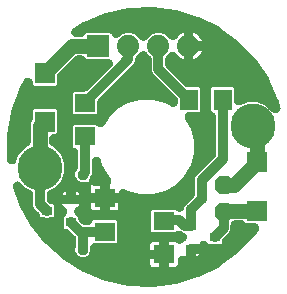
<source format=gtl>
G04 EAGLE Gerber RS-274X export*
G75*
%MOMM*%
%FSLAX34Y34*%
%LPD*%
%INTop Copper*%
%IPPOS*%
%AMOC8*
5,1,8,0,0,1.08239X$1,22.5*%
G01*
%ADD10R,1.700000X1.800000*%
%ADD11R,1.803000X1.600000*%
%ADD12C,3.810000*%
%ADD13R,1.879600X1.879600*%
%ADD14C,1.879600*%
%ADD15P,1.732040X8X22.500000*%
%ADD16R,0.889000X0.787400*%
%ADD17R,1.600000X1.803000*%
%ADD18C,1.270000*%
%ADD19C,0.812800*%
%ADD20C,0.956400*%

G36*
X130260Y6473D02*
X130260Y6473D01*
X130331Y6485D01*
X130379Y6487D01*
X149657Y8955D01*
X150216Y9067D01*
X150283Y9091D01*
X150331Y9101D01*
X168914Y14792D01*
X169446Y14996D01*
X169508Y15031D01*
X169553Y15049D01*
X186908Y23798D01*
X187397Y24090D01*
X187453Y24135D01*
X187494Y24160D01*
X203120Y35717D01*
X203219Y35801D01*
X203295Y35857D01*
X203375Y35934D01*
X203553Y36087D01*
X203601Y36140D01*
X203638Y36172D01*
X217086Y50203D01*
X217450Y50641D01*
X217488Y50702D01*
X217518Y50739D01*
X219774Y54077D01*
X219780Y54087D01*
X219788Y54097D01*
X219922Y54332D01*
X220059Y54570D01*
X220064Y54581D01*
X220070Y54592D01*
X220171Y54846D01*
X220273Y55098D01*
X220276Y55110D01*
X220280Y55121D01*
X220345Y55388D01*
X220410Y55651D01*
X220411Y55663D01*
X220414Y55675D01*
X220441Y55949D01*
X220469Y56218D01*
X220468Y56230D01*
X220469Y56242D01*
X220457Y56518D01*
X220447Y56787D01*
X220445Y56799D01*
X220445Y56812D01*
X220395Y57081D01*
X220347Y57348D01*
X220343Y57360D01*
X220341Y57372D01*
X220254Y57632D01*
X220169Y57889D01*
X220163Y57900D01*
X220160Y57912D01*
X220037Y58157D01*
X219917Y58401D01*
X219910Y58411D01*
X219904Y58421D01*
X219749Y58646D01*
X219596Y58871D01*
X219587Y58880D01*
X219581Y58890D01*
X219395Y59092D01*
X219212Y59292D01*
X219203Y59300D01*
X219194Y59309D01*
X218983Y59482D01*
X218773Y59656D01*
X218763Y59662D01*
X218753Y59670D01*
X218520Y59811D01*
X218288Y59954D01*
X218276Y59959D01*
X218266Y59965D01*
X218017Y60072D01*
X217765Y60182D01*
X217753Y60185D01*
X217742Y60190D01*
X217482Y60260D01*
X217216Y60334D01*
X217204Y60336D01*
X217192Y60339D01*
X217144Y60344D01*
X216651Y60408D01*
X216499Y60406D01*
X216408Y60415D01*
X209308Y60415D01*
X207849Y61875D01*
X207803Y61915D01*
X207762Y61959D01*
X207588Y62101D01*
X207418Y62249D01*
X207368Y62282D01*
X207321Y62320D01*
X207129Y62437D01*
X206940Y62559D01*
X206885Y62584D01*
X206834Y62615D01*
X206627Y62704D01*
X206423Y62799D01*
X206365Y62816D01*
X206310Y62840D01*
X206093Y62898D01*
X205878Y62964D01*
X205818Y62973D01*
X205760Y62989D01*
X205643Y63000D01*
X205315Y63051D01*
X205090Y63054D01*
X204975Y63065D01*
X200152Y63065D01*
X199923Y63049D01*
X199692Y63039D01*
X199638Y63029D01*
X199584Y63025D01*
X199358Y62977D01*
X199132Y62935D01*
X199080Y62918D01*
X199026Y62906D01*
X198810Y62827D01*
X198592Y62754D01*
X198543Y62729D01*
X198491Y62710D01*
X198288Y62602D01*
X198083Y62499D01*
X198037Y62468D01*
X197989Y62442D01*
X197803Y62306D01*
X197614Y62175D01*
X197573Y62138D01*
X197529Y62105D01*
X197364Y61945D01*
X197195Y61789D01*
X197160Y61746D01*
X197121Y61708D01*
X196980Y61526D01*
X196834Y61348D01*
X196806Y61300D01*
X196772Y61257D01*
X196658Y61057D01*
X196539Y60860D01*
X196517Y60810D01*
X196490Y60762D01*
X196405Y60548D01*
X196314Y60337D01*
X196300Y60284D01*
X196280Y60233D01*
X196225Y60008D01*
X196165Y59787D01*
X196161Y59743D01*
X196145Y59679D01*
X196090Y59112D01*
X196093Y59046D01*
X196089Y59002D01*
X196089Y55022D01*
X195238Y52968D01*
X193094Y50825D01*
X193094Y50824D01*
X190040Y47770D01*
X190000Y47725D01*
X189956Y47684D01*
X189813Y47509D01*
X189666Y47340D01*
X189633Y47289D01*
X189595Y47243D01*
X189478Y47050D01*
X189356Y46862D01*
X189331Y46807D01*
X189300Y46755D01*
X189211Y46549D01*
X189116Y46345D01*
X189099Y46287D01*
X189075Y46232D01*
X189017Y46015D01*
X188951Y45800D01*
X188942Y45740D01*
X188926Y45682D01*
X188915Y45565D01*
X188864Y45237D01*
X188861Y45012D01*
X188850Y44897D01*
X188850Y43945D01*
X187957Y43052D01*
X185107Y43052D01*
X184989Y43044D01*
X184871Y43045D01*
X184705Y43024D01*
X184538Y43012D01*
X184423Y42988D01*
X184306Y42973D01*
X184196Y42939D01*
X184131Y42925D01*
X181659Y42925D01*
X181552Y42945D01*
X181438Y42976D01*
X181325Y42987D01*
X181108Y43027D01*
X180769Y43041D01*
X180653Y43052D01*
X177803Y43052D01*
X176482Y44374D01*
X176395Y44449D01*
X176315Y44532D01*
X176180Y44636D01*
X176052Y44747D01*
X175955Y44810D01*
X175864Y44880D01*
X175717Y44965D01*
X175574Y45057D01*
X175469Y45106D01*
X175369Y45163D01*
X175211Y45225D01*
X175057Y45297D01*
X174947Y45330D01*
X174840Y45373D01*
X174674Y45413D01*
X174512Y45462D01*
X174398Y45480D01*
X174286Y45507D01*
X174116Y45523D01*
X173949Y45549D01*
X173834Y45551D01*
X173719Y45562D01*
X173549Y45555D01*
X173379Y45557D01*
X173265Y45543D01*
X173149Y45538D01*
X172982Y45507D01*
X172814Y45485D01*
X172702Y45455D01*
X172589Y45434D01*
X172428Y45380D01*
X172264Y45335D01*
X172158Y45289D01*
X172049Y45252D01*
X171897Y45176D01*
X171741Y45109D01*
X171643Y45049D01*
X171540Y44997D01*
X171400Y44901D01*
X171255Y44812D01*
X171166Y44739D01*
X171071Y44673D01*
X170946Y44558D01*
X170814Y44450D01*
X170737Y44365D01*
X170652Y44287D01*
X170544Y44155D01*
X170429Y44030D01*
X170364Y43935D01*
X170291Y43846D01*
X170203Y43701D01*
X170107Y43561D01*
X170055Y43457D01*
X169996Y43359D01*
X169929Y43203D01*
X169853Y43050D01*
X169817Y42941D01*
X169810Y42925D01*
X162560Y42925D01*
X162331Y42909D01*
X162101Y42899D01*
X162047Y42889D01*
X161992Y42885D01*
X161767Y42837D01*
X161541Y42795D01*
X161488Y42778D01*
X161435Y42766D01*
X161219Y42687D01*
X161000Y42614D01*
X160951Y42589D01*
X160900Y42571D01*
X160697Y42462D01*
X160491Y42359D01*
X160446Y42328D01*
X160397Y42302D01*
X160212Y42166D01*
X160022Y42035D01*
X159982Y41998D01*
X159937Y41965D01*
X159772Y41805D01*
X159603Y41649D01*
X159603Y41648D01*
X159568Y41606D01*
X159529Y41567D01*
X159388Y41386D01*
X159242Y41207D01*
X159213Y41160D01*
X159180Y41117D01*
X159066Y40917D01*
X158946Y40720D01*
X158925Y40670D01*
X158898Y40622D01*
X158812Y40407D01*
X158722Y40196D01*
X158708Y40144D01*
X158687Y40092D01*
X158633Y39868D01*
X158573Y39646D01*
X158569Y39602D01*
X158553Y39538D01*
X158498Y38971D01*
X158501Y38906D01*
X158497Y38862D01*
X158497Y32384D01*
X157865Y32384D01*
X157374Y32482D01*
X156874Y32689D01*
X156710Y32744D01*
X156550Y32807D01*
X156440Y32834D01*
X156334Y32870D01*
X156164Y32901D01*
X155996Y32942D01*
X155884Y32952D01*
X155773Y32973D01*
X155601Y32980D01*
X155429Y32997D01*
X155316Y32992D01*
X155204Y32997D01*
X155032Y32980D01*
X154859Y32972D01*
X154749Y32952D01*
X154637Y32941D01*
X154469Y32900D01*
X154299Y32868D01*
X154193Y32832D01*
X154083Y32806D01*
X153923Y32742D01*
X153759Y32687D01*
X153658Y32637D01*
X153554Y32595D01*
X153404Y32509D01*
X153250Y32432D01*
X153157Y32368D01*
X153059Y32312D01*
X152923Y32206D01*
X152781Y32108D01*
X152698Y32032D01*
X152609Y31963D01*
X152489Y31839D01*
X152362Y31722D01*
X152291Y31635D01*
X152212Y31554D01*
X152111Y31414D01*
X152001Y31281D01*
X151943Y31184D01*
X151876Y31094D01*
X151795Y30941D01*
X151706Y30793D01*
X151661Y30690D01*
X151608Y30591D01*
X151549Y30428D01*
X151481Y30270D01*
X151452Y30161D01*
X151413Y30055D01*
X151377Y29886D01*
X151332Y29720D01*
X151324Y29635D01*
X151295Y29498D01*
X151257Y28947D01*
X151256Y28935D01*
X151256Y25790D01*
X151158Y25299D01*
X150967Y24837D01*
X150688Y24420D01*
X150335Y24067D01*
X149918Y23788D01*
X149456Y23597D01*
X148965Y23499D01*
X143763Y23499D01*
X143763Y34040D01*
X143763Y44581D01*
X148965Y44581D01*
X149456Y44483D01*
X149918Y44292D01*
X150426Y43953D01*
X150506Y43879D01*
X150551Y43848D01*
X150593Y43812D01*
X150786Y43687D01*
X150975Y43557D01*
X151025Y43532D01*
X151071Y43502D01*
X151280Y43405D01*
X151486Y43303D01*
X151538Y43286D01*
X151588Y43262D01*
X151808Y43196D01*
X152026Y43123D01*
X152080Y43113D01*
X152133Y43097D01*
X152360Y43062D01*
X152587Y43021D01*
X152642Y43018D01*
X152696Y43010D01*
X152926Y43007D01*
X153156Y42997D01*
X153211Y43003D01*
X153266Y43002D01*
X153494Y43031D01*
X153723Y43054D01*
X153776Y43067D01*
X153831Y43074D01*
X154053Y43135D01*
X154277Y43190D01*
X154327Y43210D01*
X154380Y43225D01*
X154592Y43316D01*
X154806Y43401D01*
X154853Y43429D01*
X154904Y43451D01*
X155100Y43570D01*
X155300Y43685D01*
X155334Y43713D01*
X155390Y43747D01*
X155603Y43922D01*
X155686Y43983D01*
X155736Y44032D01*
X155830Y44109D01*
X155874Y44158D01*
X155909Y44186D01*
X156495Y44773D01*
X156943Y45072D01*
X157000Y45094D01*
X157147Y45179D01*
X157299Y45254D01*
X157394Y45320D01*
X157494Y45377D01*
X157629Y45481D01*
X157769Y45578D01*
X157853Y45656D01*
X157945Y45726D01*
X158063Y45849D01*
X158188Y45963D01*
X158261Y46052D01*
X158341Y46135D01*
X158442Y46273D01*
X158549Y46404D01*
X158609Y46502D01*
X158677Y46596D01*
X158757Y46746D01*
X158846Y46891D01*
X158891Y46997D01*
X158945Y47098D01*
X159004Y47258D01*
X159071Y47414D01*
X159101Y47525D01*
X159140Y47634D01*
X159176Y47800D01*
X159220Y47964D01*
X159235Y48078D01*
X159259Y48191D01*
X159270Y48361D01*
X159292Y48529D01*
X159290Y48645D01*
X159298Y48759D01*
X159286Y48929D01*
X159283Y49099D01*
X159265Y49213D01*
X159257Y49328D01*
X159221Y49494D01*
X159195Y49662D01*
X159162Y49772D01*
X159137Y49885D01*
X159079Y50044D01*
X159029Y50207D01*
X158981Y50312D01*
X158941Y50420D01*
X158861Y50569D01*
X158789Y50724D01*
X158726Y50820D01*
X158671Y50922D01*
X158571Y51059D01*
X158478Y51201D01*
X158402Y51288D01*
X158334Y51381D01*
X158216Y51503D01*
X158104Y51631D01*
X158017Y51706D01*
X157936Y51789D01*
X157802Y51893D01*
X157673Y52004D01*
X157577Y52067D01*
X157485Y52137D01*
X157384Y52191D01*
X157195Y52313D01*
X156894Y52453D01*
X156790Y52508D01*
X154255Y53558D01*
X154254Y53559D01*
X154205Y53583D01*
X154159Y53612D01*
X153950Y53710D01*
X153744Y53812D01*
X153692Y53830D01*
X153643Y53852D01*
X153422Y53919D01*
X153203Y53992D01*
X153149Y54002D01*
X153097Y54018D01*
X152870Y54053D01*
X152643Y54095D01*
X152588Y54097D01*
X152534Y54105D01*
X152304Y54108D01*
X152073Y54118D01*
X152019Y54112D01*
X151965Y54113D01*
X151736Y54084D01*
X151506Y54061D01*
X151453Y54048D01*
X151399Y54041D01*
X151177Y53980D01*
X150953Y53925D01*
X150902Y53905D01*
X150850Y53891D01*
X150638Y53799D01*
X150424Y53714D01*
X150377Y53687D01*
X150327Y53665D01*
X150129Y53545D01*
X149930Y53430D01*
X149896Y53402D01*
X149840Y53368D01*
X149400Y53007D01*
X149355Y52958D01*
X149352Y52955D01*
X130053Y52955D01*
X129160Y53848D01*
X129160Y71112D01*
X130053Y72005D01*
X149347Y72005D01*
X150058Y71293D01*
X150188Y71180D01*
X150312Y71060D01*
X150403Y70993D01*
X150488Y70920D01*
X150633Y70826D01*
X150773Y70724D01*
X150872Y70671D01*
X150966Y70610D01*
X151123Y70537D01*
X151275Y70456D01*
X151381Y70418D01*
X151483Y70370D01*
X151649Y70320D01*
X151811Y70261D01*
X151921Y70237D01*
X152028Y70205D01*
X152199Y70178D01*
X152368Y70142D01*
X152480Y70135D01*
X152591Y70117D01*
X152764Y70115D01*
X152937Y70103D01*
X153049Y70111D01*
X153161Y70110D01*
X153333Y70132D01*
X153505Y70144D01*
X153615Y70168D01*
X153726Y70182D01*
X153893Y70228D01*
X154062Y70264D01*
X154167Y70303D01*
X154276Y70332D01*
X154435Y70401D01*
X154597Y70460D01*
X154696Y70514D01*
X154799Y70558D01*
X154946Y70648D01*
X155099Y70730D01*
X155190Y70796D01*
X155285Y70855D01*
X155419Y70964D01*
X155558Y71067D01*
X155639Y71146D01*
X155726Y71217D01*
X155842Y71344D01*
X155966Y71465D01*
X156035Y71554D01*
X156111Y71637D01*
X156209Y71779D01*
X156314Y71916D01*
X156354Y71991D01*
X156433Y72106D01*
X156679Y72600D01*
X156685Y72612D01*
X157822Y75357D01*
X164905Y82440D01*
X164945Y82485D01*
X164989Y82526D01*
X165131Y82700D01*
X165279Y82870D01*
X165312Y82921D01*
X165350Y82967D01*
X165467Y83160D01*
X165589Y83348D01*
X165614Y83403D01*
X165645Y83455D01*
X165734Y83661D01*
X165829Y83865D01*
X165846Y83923D01*
X165870Y83978D01*
X165928Y84195D01*
X165994Y84410D01*
X166003Y84470D01*
X166019Y84528D01*
X166030Y84645D01*
X166081Y84973D01*
X166084Y85198D01*
X166095Y85313D01*
X166095Y98122D01*
X166946Y100176D01*
X182701Y115931D01*
X182741Y115977D01*
X182785Y116017D01*
X182927Y116191D01*
X183075Y116361D01*
X183108Y116412D01*
X183146Y116458D01*
X183263Y116651D01*
X183385Y116839D01*
X183410Y116894D01*
X183441Y116946D01*
X183530Y117152D01*
X183625Y117356D01*
X183642Y117414D01*
X183666Y117469D01*
X183724Y117686D01*
X183790Y117901D01*
X183799Y117961D01*
X183815Y118019D01*
X183826Y118136D01*
X183877Y118464D01*
X183880Y118689D01*
X183891Y118804D01*
X183891Y150497D01*
X183875Y150726D01*
X183865Y150957D01*
X183855Y151011D01*
X183851Y151065D01*
X183803Y151291D01*
X183761Y151517D01*
X183744Y151569D01*
X183732Y151623D01*
X183653Y151839D01*
X183580Y152057D01*
X183555Y152106D01*
X183536Y152158D01*
X183428Y152361D01*
X183325Y152566D01*
X183294Y152612D01*
X183268Y152660D01*
X183132Y152846D01*
X183001Y153035D01*
X182964Y153076D01*
X182931Y153120D01*
X182771Y153285D01*
X182615Y153454D01*
X182572Y153489D01*
X182534Y153528D01*
X182352Y153669D01*
X182174Y153815D01*
X182126Y153843D01*
X182083Y153877D01*
X181883Y153991D01*
X181686Y154110D01*
X181636Y154132D01*
X181588Y154159D01*
X181374Y154244D01*
X181163Y154335D01*
X181110Y154349D01*
X181059Y154369D01*
X181033Y154376D01*
X179955Y155453D01*
X179955Y174747D01*
X180848Y175640D01*
X198112Y175640D01*
X199005Y174747D01*
X199005Y164268D01*
X199017Y164095D01*
X199019Y163923D01*
X199037Y163812D01*
X199045Y163699D01*
X199081Y163530D01*
X199107Y163360D01*
X199140Y163252D01*
X199164Y163142D01*
X199223Y162980D01*
X199273Y162815D01*
X199321Y162713D01*
X199360Y162607D01*
X199441Y162454D01*
X199514Y162298D01*
X199575Y162204D01*
X199628Y162104D01*
X199730Y161965D01*
X199824Y161820D01*
X199898Y161735D01*
X199965Y161645D01*
X200085Y161521D01*
X200199Y161391D01*
X200284Y161317D01*
X200362Y161236D01*
X200499Y161131D01*
X200629Y161017D01*
X200724Y160956D01*
X200813Y160888D01*
X200963Y160802D01*
X201108Y160708D01*
X201210Y160661D01*
X201308Y160605D01*
X201469Y160542D01*
X201625Y160469D01*
X201733Y160437D01*
X201837Y160395D01*
X202005Y160354D01*
X202171Y160305D01*
X202282Y160288D01*
X202391Y160261D01*
X202563Y160244D01*
X202734Y160218D01*
X202846Y160217D01*
X202958Y160206D01*
X203131Y160213D01*
X203304Y160211D01*
X203415Y160226D01*
X203528Y160230D01*
X203698Y160262D01*
X203869Y160284D01*
X203950Y160309D01*
X204088Y160334D01*
X204611Y160510D01*
X204623Y160514D01*
X204628Y160516D01*
X210791Y163069D01*
X218977Y163069D01*
X226539Y159936D01*
X231573Y154902D01*
X231620Y154861D01*
X231662Y154815D01*
X231835Y154675D01*
X232003Y154528D01*
X232056Y154494D01*
X232104Y154455D01*
X232294Y154340D01*
X232481Y154219D01*
X232538Y154192D01*
X232591Y154160D01*
X232796Y154073D01*
X232998Y153979D01*
X233058Y153961D01*
X233115Y153936D01*
X233330Y153878D01*
X233543Y153814D01*
X233605Y153804D01*
X233665Y153788D01*
X233887Y153760D01*
X234106Y153726D01*
X234169Y153725D01*
X234231Y153718D01*
X234454Y153722D01*
X234676Y153719D01*
X234738Y153726D01*
X234801Y153728D01*
X235021Y153762D01*
X235241Y153791D01*
X235302Y153807D01*
X235363Y153817D01*
X235576Y153882D01*
X235791Y153941D01*
X235849Y153966D01*
X235908Y153984D01*
X236109Y154078D01*
X236314Y154167D01*
X236368Y154199D01*
X236424Y154226D01*
X236610Y154348D01*
X236801Y154464D01*
X236849Y154503D01*
X236901Y154538D01*
X237068Y154684D01*
X237241Y154826D01*
X237283Y154872D01*
X237330Y154913D01*
X237475Y155081D01*
X237626Y155246D01*
X237661Y155297D01*
X237702Y155344D01*
X237822Y155532D01*
X237948Y155715D01*
X237976Y155771D01*
X238010Y155824D01*
X238103Y156026D01*
X238202Y156225D01*
X238222Y156285D01*
X238248Y156341D01*
X238312Y156555D01*
X238382Y156766D01*
X238393Y156827D01*
X238411Y156887D01*
X238444Y157107D01*
X238484Y157326D01*
X238487Y157389D01*
X238496Y157451D01*
X238499Y157673D01*
X238508Y157896D01*
X238501Y157958D01*
X238502Y158020D01*
X238483Y158137D01*
X238451Y158463D01*
X238396Y158685D01*
X238378Y158799D01*
X236973Y164197D01*
X236791Y164737D01*
X236759Y164801D01*
X236743Y164847D01*
X228738Y182557D01*
X228467Y183058D01*
X228425Y183116D01*
X228402Y183158D01*
X217518Y199261D01*
X217167Y199709D01*
X217115Y199759D01*
X217086Y199797D01*
X203638Y213828D01*
X203215Y214211D01*
X203156Y214251D01*
X203120Y214283D01*
X187494Y225840D01*
X187014Y226146D01*
X186948Y226176D01*
X186908Y226202D01*
X169553Y234951D01*
X169028Y235172D01*
X168959Y235190D01*
X168914Y235208D01*
X150331Y240899D01*
X149776Y241028D01*
X149704Y241034D01*
X149657Y241045D01*
X130379Y243513D01*
X129810Y243546D01*
X129739Y243540D01*
X129691Y243542D01*
X110273Y242718D01*
X109707Y242653D01*
X109637Y242636D01*
X109589Y242630D01*
X90591Y238535D01*
X90043Y238377D01*
X89978Y238347D01*
X89932Y238334D01*
X71898Y231087D01*
X71385Y230838D01*
X71326Y230798D01*
X71283Y230777D01*
X63213Y225808D01*
X63197Y225797D01*
X63180Y225788D01*
X62965Y225630D01*
X62750Y225476D01*
X62736Y225463D01*
X62720Y225451D01*
X62529Y225265D01*
X62338Y225082D01*
X62326Y225067D01*
X62312Y225054D01*
X62148Y224842D01*
X61985Y224635D01*
X61975Y224618D01*
X61963Y224603D01*
X61831Y224371D01*
X61698Y224143D01*
X61690Y224125D01*
X61681Y224108D01*
X61582Y223860D01*
X61482Y223615D01*
X61478Y223597D01*
X61471Y223579D01*
X61408Y223320D01*
X61343Y223063D01*
X61341Y223044D01*
X61337Y223025D01*
X61311Y222759D01*
X61282Y222496D01*
X61283Y222477D01*
X61281Y222458D01*
X61293Y222190D01*
X61302Y221927D01*
X61305Y221908D01*
X61306Y221888D01*
X61354Y221627D01*
X61400Y221366D01*
X61406Y221347D01*
X61410Y221328D01*
X61494Y221077D01*
X61577Y220824D01*
X61585Y220806D01*
X61591Y220788D01*
X61711Y220549D01*
X61827Y220312D01*
X61838Y220296D01*
X61846Y220279D01*
X61998Y220059D01*
X62146Y219840D01*
X62159Y219826D01*
X62170Y219810D01*
X62351Y219614D01*
X62528Y219417D01*
X62543Y219405D01*
X62556Y219391D01*
X62763Y219222D01*
X62966Y219053D01*
X62982Y219042D01*
X62997Y219030D01*
X63225Y218892D01*
X63450Y218752D01*
X63468Y218745D01*
X63485Y218735D01*
X63728Y218630D01*
X63972Y218523D01*
X63991Y218518D01*
X64008Y218510D01*
X64265Y218441D01*
X64521Y218369D01*
X64540Y218366D01*
X64558Y218361D01*
X64627Y218355D01*
X65085Y218293D01*
X65248Y218294D01*
X65343Y218285D01*
X69409Y218285D01*
X69470Y218289D01*
X69530Y218287D01*
X69753Y218309D01*
X69978Y218325D01*
X70037Y218337D01*
X70097Y218343D01*
X70315Y218397D01*
X70535Y218444D01*
X70592Y218464D01*
X70650Y218479D01*
X70859Y218562D01*
X71070Y218640D01*
X71123Y218668D01*
X71179Y218690D01*
X71374Y218802D01*
X71572Y218908D01*
X71621Y218944D01*
X71674Y218974D01*
X71765Y219049D01*
X72032Y219245D01*
X72193Y219402D01*
X72283Y219475D01*
X74300Y221493D01*
X94360Y221493D01*
X95344Y220509D01*
X95376Y220390D01*
X95412Y220224D01*
X95451Y220116D01*
X95482Y220004D01*
X95549Y219849D01*
X95608Y219689D01*
X95662Y219587D01*
X95708Y219481D01*
X95796Y219336D01*
X95876Y219186D01*
X95944Y219093D01*
X96004Y218995D01*
X96112Y218864D01*
X96213Y218726D01*
X96293Y218644D01*
X96366Y218555D01*
X96492Y218440D01*
X96610Y218318D01*
X96701Y218247D01*
X96786Y218170D01*
X96926Y218073D01*
X97061Y217969D01*
X97161Y217912D01*
X97256Y217847D01*
X97408Y217771D01*
X97556Y217687D01*
X97663Y217645D01*
X97766Y217593D01*
X97927Y217540D01*
X98085Y217477D01*
X98198Y217450D01*
X98307Y217413D01*
X98474Y217383D01*
X98639Y217343D01*
X98754Y217332D01*
X98867Y217311D01*
X99037Y217304D01*
X99206Y217288D01*
X99321Y217293D01*
X99437Y217288D01*
X99606Y217305D01*
X99776Y217312D01*
X99889Y217333D01*
X100004Y217345D01*
X100169Y217385D01*
X100336Y217416D01*
X100445Y217453D01*
X100557Y217480D01*
X100715Y217543D01*
X100876Y217597D01*
X100979Y217649D01*
X101086Y217692D01*
X101233Y217776D01*
X101385Y217853D01*
X101480Y217918D01*
X101580Y217975D01*
X101669Y218049D01*
X101854Y218176D01*
X102098Y218401D01*
X102189Y218476D01*
X103543Y219830D01*
X107557Y221493D01*
X111903Y221493D01*
X115917Y219830D01*
X119557Y216190D01*
X119731Y216039D01*
X119900Y215884D01*
X119946Y215853D01*
X119987Y215817D01*
X120180Y215691D01*
X120370Y215561D01*
X120419Y215537D01*
X120465Y215507D01*
X120674Y215410D01*
X120880Y215307D01*
X120932Y215290D01*
X120982Y215267D01*
X121202Y215200D01*
X121421Y215127D01*
X121475Y215118D01*
X121527Y215102D01*
X121754Y215066D01*
X121981Y215025D01*
X122036Y215023D01*
X122090Y215014D01*
X122320Y215011D01*
X122551Y215002D01*
X122605Y215007D01*
X122660Y215007D01*
X122888Y215036D01*
X123117Y215059D01*
X123171Y215072D01*
X123225Y215079D01*
X123448Y215140D01*
X123671Y215194D01*
X123722Y215215D01*
X123775Y215229D01*
X123986Y215320D01*
X124200Y215406D01*
X124248Y215433D01*
X124298Y215455D01*
X124494Y215575D01*
X124694Y215689D01*
X124728Y215718D01*
X124784Y215752D01*
X125225Y216114D01*
X125269Y216162D01*
X125303Y216190D01*
X128943Y219830D01*
X132957Y221493D01*
X137303Y221493D01*
X141317Y219830D01*
X144431Y216717D01*
X144630Y216543D01*
X144828Y216368D01*
X144845Y216357D01*
X144861Y216343D01*
X145082Y216200D01*
X145302Y216053D01*
X145321Y216044D01*
X145339Y216033D01*
X145579Y215922D01*
X145817Y215808D01*
X145837Y215802D01*
X145856Y215793D01*
X146109Y215716D01*
X146360Y215637D01*
X146381Y215634D01*
X146401Y215628D01*
X146662Y215588D01*
X146923Y215544D01*
X146944Y215544D01*
X146964Y215541D01*
X147227Y215537D01*
X147492Y215531D01*
X147513Y215533D01*
X147534Y215533D01*
X147796Y215566D01*
X148058Y215597D01*
X148078Y215602D01*
X148099Y215605D01*
X148355Y215675D01*
X148609Y215742D01*
X148628Y215750D01*
X148649Y215756D01*
X148892Y215860D01*
X149135Y215962D01*
X149152Y215973D01*
X149172Y215981D01*
X149398Y216119D01*
X149624Y216254D01*
X149640Y216267D01*
X149658Y216278D01*
X149862Y216446D01*
X150068Y216612D01*
X150079Y216625D01*
X150098Y216640D01*
X150483Y217060D01*
X150545Y217149D01*
X150591Y217201D01*
X151424Y218348D01*
X152752Y219676D01*
X154273Y220781D01*
X155947Y221634D01*
X156467Y221803D01*
X156467Y210570D01*
X156467Y199337D01*
X155947Y199506D01*
X154273Y200359D01*
X152752Y201464D01*
X151424Y202792D01*
X150591Y203939D01*
X150542Y203997D01*
X150520Y204028D01*
X150467Y204086D01*
X150421Y204141D01*
X150253Y204345D01*
X150238Y204359D01*
X150225Y204375D01*
X150028Y204551D01*
X149833Y204730D01*
X149816Y204742D01*
X149801Y204756D01*
X149581Y204903D01*
X149364Y205053D01*
X149345Y205062D01*
X149328Y205074D01*
X149091Y205188D01*
X148854Y205306D01*
X148834Y205313D01*
X148815Y205322D01*
X148564Y205403D01*
X148313Y205486D01*
X148292Y205490D01*
X148273Y205496D01*
X148011Y205541D01*
X147752Y205589D01*
X147732Y205589D01*
X147711Y205593D01*
X147447Y205601D01*
X147183Y205612D01*
X147162Y205610D01*
X147141Y205610D01*
X146879Y205581D01*
X146616Y205555D01*
X146596Y205550D01*
X146575Y205548D01*
X146318Y205482D01*
X146063Y205419D01*
X146043Y205412D01*
X146023Y205406D01*
X145779Y205306D01*
X145534Y205208D01*
X145516Y205197D01*
X145496Y205189D01*
X145268Y205055D01*
X145040Y204924D01*
X145026Y204913D01*
X145005Y204901D01*
X144559Y204546D01*
X144484Y204468D01*
X144431Y204423D01*
X141909Y201902D01*
X141869Y201856D01*
X141825Y201815D01*
X141682Y201641D01*
X141535Y201472D01*
X141502Y201421D01*
X141464Y201374D01*
X141348Y201182D01*
X141225Y200993D01*
X141200Y200939D01*
X141169Y200887D01*
X141080Y200681D01*
X140985Y200477D01*
X140968Y200419D01*
X140944Y200363D01*
X140886Y200147D01*
X140820Y199931D01*
X140811Y199872D01*
X140795Y199813D01*
X140784Y199696D01*
X140733Y199368D01*
X140730Y199143D01*
X140719Y199029D01*
X140719Y195008D01*
X140723Y194948D01*
X140721Y194887D01*
X140743Y194664D01*
X140759Y194440D01*
X140771Y194380D01*
X140777Y194320D01*
X140831Y194102D01*
X140878Y193882D01*
X140898Y193826D01*
X140913Y193767D01*
X140996Y193558D01*
X141074Y193347D01*
X141102Y193294D01*
X141124Y193238D01*
X141236Y193043D01*
X141342Y192845D01*
X141378Y192796D01*
X141408Y192744D01*
X141483Y192653D01*
X141679Y192385D01*
X141836Y192224D01*
X141909Y192135D01*
X157214Y176830D01*
X157259Y176790D01*
X157300Y176746D01*
X157474Y176604D01*
X157644Y176456D01*
X157695Y176423D01*
X157741Y176385D01*
X157934Y176268D01*
X158122Y176146D01*
X158177Y176121D01*
X158229Y176090D01*
X158435Y176001D01*
X158639Y175906D01*
X158697Y175889D01*
X158752Y175865D01*
X158969Y175807D01*
X159184Y175741D01*
X159244Y175732D01*
X159302Y175716D01*
X159419Y175705D01*
X159747Y175654D01*
X159972Y175651D01*
X160087Y175640D01*
X169672Y175640D01*
X170565Y174747D01*
X170565Y155453D01*
X169672Y154560D01*
X161252Y154560D01*
X161099Y154549D01*
X160946Y154549D01*
X160815Y154530D01*
X160684Y154520D01*
X160534Y154488D01*
X160382Y154466D01*
X160255Y154429D01*
X160127Y154401D01*
X159983Y154349D01*
X159835Y154305D01*
X159715Y154251D01*
X159592Y154205D01*
X159456Y154133D01*
X159316Y154069D01*
X159205Y153999D01*
X159089Y153937D01*
X158965Y153846D01*
X158836Y153764D01*
X158736Y153678D01*
X158629Y153600D01*
X158519Y153493D01*
X158403Y153393D01*
X158316Y153295D01*
X158221Y153203D01*
X158127Y153081D01*
X158025Y152966D01*
X157953Y152856D01*
X157872Y152752D01*
X157796Y152619D01*
X157712Y152491D01*
X157655Y152372D01*
X157590Y152257D01*
X157533Y152114D01*
X157468Y151976D01*
X157429Y151850D01*
X157380Y151728D01*
X157344Y151578D01*
X157298Y151432D01*
X157277Y151302D01*
X157246Y151174D01*
X157231Y151021D01*
X157206Y150869D01*
X157203Y150738D01*
X157191Y150607D01*
X157197Y150453D01*
X157194Y150300D01*
X157209Y150169D01*
X157215Y150037D01*
X157243Y149887D01*
X157261Y149734D01*
X157295Y149607D01*
X157319Y149477D01*
X157368Y149332D01*
X157407Y149183D01*
X157448Y149095D01*
X157500Y148937D01*
X157703Y148534D01*
X157733Y148465D01*
X162349Y140471D01*
X165081Y130277D01*
X165081Y119723D01*
X162349Y109529D01*
X157073Y100390D01*
X149610Y92927D01*
X140471Y87651D01*
X130277Y84919D01*
X119723Y84919D01*
X109529Y87651D01*
X107311Y88932D01*
X107173Y88999D01*
X107039Y89075D01*
X106917Y89124D01*
X106798Y89181D01*
X106652Y89229D01*
X106510Y89285D01*
X106381Y89316D01*
X106256Y89357D01*
X106105Y89383D01*
X105956Y89419D01*
X105825Y89432D01*
X105695Y89455D01*
X105542Y89460D01*
X105389Y89475D01*
X105257Y89469D01*
X105126Y89473D01*
X104973Y89457D01*
X104819Y89450D01*
X104690Y89426D01*
X104559Y89412D01*
X104410Y89374D01*
X104259Y89346D01*
X104134Y89304D01*
X104007Y89272D01*
X103865Y89214D01*
X103719Y89165D01*
X103601Y89106D01*
X103479Y89056D01*
X103347Y88978D01*
X103210Y88910D01*
X103101Y88835D01*
X102988Y88768D01*
X102867Y88673D01*
X102741Y88586D01*
X102644Y88497D01*
X102541Y88415D01*
X102435Y88304D01*
X102322Y88200D01*
X102238Y88098D01*
X102148Y88002D01*
X102058Y87878D01*
X101961Y87758D01*
X101893Y87646D01*
X101816Y87539D01*
X101745Y87403D01*
X101666Y87271D01*
X101614Y87150D01*
X101553Y87034D01*
X101502Y86889D01*
X101441Y86748D01*
X101407Y86620D01*
X101363Y86496D01*
X101332Y86346D01*
X101292Y86198D01*
X101283Y86101D01*
X101250Y85938D01*
X101244Y85843D01*
X93723Y85843D01*
X93723Y93217D01*
X93810Y93281D01*
X93893Y93361D01*
X93982Y93434D01*
X94096Y93560D01*
X94218Y93678D01*
X94289Y93769D01*
X94367Y93854D01*
X94463Y93994D01*
X94567Y94129D01*
X94624Y94229D01*
X94689Y94324D01*
X94765Y94476D01*
X94849Y94624D01*
X94892Y94731D01*
X94943Y94834D01*
X94997Y94995D01*
X95059Y95153D01*
X95087Y95266D01*
X95123Y95375D01*
X95153Y95542D01*
X95194Y95707D01*
X95205Y95822D01*
X95225Y95935D01*
X95232Y96105D01*
X95249Y96274D01*
X95244Y96389D01*
X95249Y96505D01*
X95232Y96674D01*
X95224Y96844D01*
X95203Y96957D01*
X95192Y97071D01*
X95151Y97237D01*
X95120Y97404D01*
X95084Y97513D01*
X95056Y97625D01*
X94993Y97783D01*
X94939Y97944D01*
X94887Y98047D01*
X94845Y98154D01*
X94760Y98301D01*
X94684Y98453D01*
X94618Y98548D01*
X94561Y98648D01*
X94488Y98737D01*
X94360Y98922D01*
X94135Y99166D01*
X94060Y99257D01*
X92927Y100390D01*
X87651Y109529D01*
X86497Y113836D01*
X86484Y113872D01*
X86476Y113910D01*
X86391Y114142D01*
X86311Y114375D01*
X86294Y114409D01*
X86280Y114445D01*
X86164Y114663D01*
X86052Y114882D01*
X86030Y114913D01*
X86012Y114947D01*
X85866Y115147D01*
X85724Y115348D01*
X85698Y115376D01*
X85675Y115407D01*
X85503Y115584D01*
X85335Y115764D01*
X85305Y115788D01*
X85278Y115816D01*
X85083Y115967D01*
X84891Y116121D01*
X84858Y116141D01*
X84827Y116164D01*
X84613Y116286D01*
X84401Y116413D01*
X84366Y116428D01*
X84332Y116447D01*
X84102Y116538D01*
X83876Y116633D01*
X83839Y116642D01*
X83803Y116657D01*
X83562Y116715D01*
X83324Y116777D01*
X83286Y116782D01*
X83249Y116791D01*
X83003Y116815D01*
X82758Y116843D01*
X82720Y116842D01*
X82682Y116846D01*
X82434Y116835D01*
X82189Y116829D01*
X82151Y116823D01*
X82112Y116822D01*
X81869Y116776D01*
X81627Y116736D01*
X81590Y116725D01*
X81552Y116718D01*
X81318Y116639D01*
X81083Y116565D01*
X81048Y116548D01*
X81012Y116536D01*
X80791Y116426D01*
X80569Y116320D01*
X80537Y116298D01*
X80503Y116281D01*
X80299Y116141D01*
X80094Y116005D01*
X80065Y115979D01*
X80034Y115957D01*
X79852Y115790D01*
X79668Y115626D01*
X79643Y115597D01*
X79615Y115571D01*
X79458Y115380D01*
X79299Y115192D01*
X79278Y115160D01*
X79254Y115130D01*
X79126Y114919D01*
X78994Y114711D01*
X78979Y114676D01*
X78959Y114643D01*
X78862Y114416D01*
X78760Y114191D01*
X78749Y114154D01*
X78734Y114119D01*
X78670Y113881D01*
X78601Y113644D01*
X78595Y113606D01*
X78585Y113569D01*
X78575Y113468D01*
X78520Y113080D01*
X78519Y112890D01*
X78509Y112784D01*
X78509Y102288D01*
X77650Y100216D01*
X77594Y100161D01*
X77492Y100028D01*
X77383Y99902D01*
X77318Y99803D01*
X77246Y99710D01*
X77193Y99609D01*
X77073Y99424D01*
X76930Y99117D01*
X76875Y99014D01*
X76430Y97939D01*
X76375Y97775D01*
X76311Y97615D01*
X76285Y97505D01*
X76249Y97398D01*
X76218Y97229D01*
X76177Y97061D01*
X76166Y96949D01*
X76146Y96838D01*
X76139Y96666D01*
X76122Y96494D01*
X76127Y96381D01*
X76122Y96269D01*
X76139Y96097D01*
X76147Y95924D01*
X76167Y95814D01*
X76178Y95702D01*
X76219Y95534D01*
X76251Y95364D01*
X76286Y95257D01*
X76296Y95220D01*
X76254Y95247D01*
X76253Y95248D01*
X76251Y95249D01*
X75994Y95368D01*
X75737Y95487D01*
X75735Y95487D01*
X75734Y95488D01*
X75477Y95565D01*
X75191Y95652D01*
X75190Y95652D01*
X75189Y95652D01*
X74888Y95698D01*
X74628Y95739D01*
X74627Y95739D01*
X74626Y95739D01*
X74325Y95742D01*
X74059Y95746D01*
X74057Y95746D01*
X74056Y95746D01*
X73777Y95710D01*
X73493Y95673D01*
X73492Y95673D01*
X73491Y95673D01*
X73484Y95671D01*
X72944Y95523D01*
X72817Y95468D01*
X72736Y95443D01*
X72374Y95293D01*
X69866Y95293D01*
X67547Y96253D01*
X65773Y98027D01*
X64813Y100346D01*
X64813Y102854D01*
X65773Y105173D01*
X66141Y105540D01*
X66181Y105586D01*
X66225Y105627D01*
X66367Y105801D01*
X66515Y105970D01*
X66548Y106021D01*
X66586Y106068D01*
X66703Y106260D01*
X66825Y106449D01*
X66850Y106503D01*
X66881Y106555D01*
X66970Y106761D01*
X67065Y106965D01*
X67082Y107023D01*
X67106Y107079D01*
X67164Y107295D01*
X67230Y107511D01*
X67239Y107570D01*
X67255Y107629D01*
X67266Y107746D01*
X67317Y108074D01*
X67320Y108299D01*
X67331Y108413D01*
X67331Y120402D01*
X67315Y120631D01*
X67305Y120862D01*
X67295Y120916D01*
X67291Y120970D01*
X67243Y121196D01*
X67201Y121422D01*
X67184Y121474D01*
X67172Y121528D01*
X67093Y121744D01*
X67020Y121962D01*
X66995Y122011D01*
X66976Y122063D01*
X66868Y122266D01*
X66765Y122471D01*
X66734Y122517D01*
X66708Y122565D01*
X66572Y122751D01*
X66441Y122940D01*
X66404Y122981D01*
X66371Y123025D01*
X66211Y123190D01*
X66055Y123359D01*
X66012Y123394D01*
X65974Y123433D01*
X65792Y123574D01*
X65614Y123720D01*
X65566Y123748D01*
X65523Y123782D01*
X65323Y123896D01*
X65126Y124015D01*
X65076Y124037D01*
X65028Y124064D01*
X64814Y124149D01*
X64603Y124240D01*
X64550Y124254D01*
X64499Y124274D01*
X64274Y124329D01*
X64053Y124389D01*
X64009Y124393D01*
X63945Y124409D01*
X63378Y124464D01*
X63312Y124461D01*
X63274Y124465D01*
X62380Y125358D01*
X62380Y142622D01*
X63273Y143515D01*
X82567Y143515D01*
X83160Y142922D01*
X83305Y142796D01*
X83443Y142663D01*
X83519Y142609D01*
X83590Y142548D01*
X83751Y142444D01*
X83907Y142332D01*
X83990Y142289D01*
X84068Y142238D01*
X84242Y142157D01*
X84412Y142069D01*
X84500Y142038D01*
X84585Y141998D01*
X84768Y141943D01*
X84949Y141879D01*
X85041Y141860D01*
X85130Y141833D01*
X85320Y141804D01*
X85508Y141766D01*
X85601Y141760D01*
X85693Y141746D01*
X85885Y141743D01*
X86077Y141732D01*
X86170Y141739D01*
X86263Y141738D01*
X86453Y141762D01*
X86645Y141778D01*
X86736Y141798D01*
X86828Y141810D01*
X87013Y141861D01*
X87200Y141903D01*
X87288Y141936D01*
X87378Y141961D01*
X87554Y142037D01*
X87733Y142105D01*
X87815Y142149D01*
X87901Y142186D01*
X88065Y142287D01*
X88233Y142379D01*
X88308Y142435D01*
X88387Y142483D01*
X88536Y142605D01*
X88689Y142720D01*
X88755Y142786D01*
X88827Y142845D01*
X88957Y142987D01*
X89093Y143122D01*
X89135Y143181D01*
X89213Y143265D01*
X89535Y143735D01*
X89544Y143752D01*
X89552Y143763D01*
X92927Y149610D01*
X100390Y157073D01*
X109529Y162349D01*
X119723Y165081D01*
X130277Y165081D01*
X140471Y162349D01*
X145420Y159492D01*
X145558Y159424D01*
X145692Y159348D01*
X145814Y159299D01*
X145933Y159242D01*
X146078Y159195D01*
X146221Y159138D01*
X146349Y159107D01*
X146475Y159066D01*
X146626Y159040D01*
X146775Y159004D01*
X146906Y158991D01*
X147036Y158968D01*
X147189Y158964D01*
X147342Y158949D01*
X147474Y158954D01*
X147605Y158950D01*
X147758Y158967D01*
X147912Y158973D01*
X148041Y158997D01*
X148172Y159011D01*
X148321Y159049D01*
X148472Y159077D01*
X148597Y159119D01*
X148724Y159151D01*
X148866Y159210D01*
X149012Y159259D01*
X149130Y159317D01*
X149252Y159367D01*
X149384Y159445D01*
X149521Y159514D01*
X149630Y159588D01*
X149743Y159655D01*
X149864Y159750D01*
X149990Y159837D01*
X150087Y159927D01*
X150190Y160008D01*
X150296Y160120D01*
X150409Y160224D01*
X150493Y160326D01*
X150583Y160421D01*
X150673Y160546D01*
X150770Y160665D01*
X150838Y160778D01*
X150915Y160885D01*
X150986Y161021D01*
X151065Y161152D01*
X151117Y161273D01*
X151178Y161390D01*
X151229Y161534D01*
X151290Y161676D01*
X151324Y161803D01*
X151368Y161927D01*
X151399Y162077D01*
X151439Y162226D01*
X151448Y162322D01*
X151481Y162485D01*
X151508Y162935D01*
X151515Y163010D01*
X151515Y165038D01*
X151511Y165098D01*
X151513Y165159D01*
X151491Y165382D01*
X151475Y165606D01*
X151463Y165666D01*
X151457Y165726D01*
X151403Y165944D01*
X151356Y166164D01*
X151336Y166220D01*
X151321Y166279D01*
X151238Y166488D01*
X151160Y166699D01*
X151132Y166752D01*
X151110Y166808D01*
X150998Y167003D01*
X150892Y167201D01*
X150856Y167250D01*
X150826Y167302D01*
X150751Y167393D01*
X150555Y167661D01*
X150398Y167822D01*
X150325Y167911D01*
X130392Y187844D01*
X129541Y189898D01*
X129541Y199029D01*
X129537Y199089D01*
X129539Y199149D01*
X129517Y199373D01*
X129501Y199597D01*
X129489Y199656D01*
X129483Y199716D01*
X129429Y199935D01*
X129382Y200154D01*
X129362Y200211D01*
X129347Y200270D01*
X129264Y200478D01*
X129186Y200689D01*
X129158Y200743D01*
X129135Y200799D01*
X129024Y200993D01*
X128918Y201192D01*
X128882Y201240D01*
X128852Y201293D01*
X128777Y201384D01*
X128581Y201652D01*
X128424Y201813D01*
X128351Y201902D01*
X125303Y204950D01*
X125130Y205100D01*
X124960Y205256D01*
X124914Y205287D01*
X124873Y205323D01*
X124680Y205448D01*
X124490Y205579D01*
X124441Y205603D01*
X124395Y205633D01*
X124186Y205730D01*
X123980Y205833D01*
X123928Y205850D01*
X123878Y205873D01*
X123658Y205940D01*
X123439Y206013D01*
X123385Y206022D01*
X123333Y206038D01*
X123106Y206074D01*
X122879Y206115D01*
X122824Y206117D01*
X122770Y206126D01*
X122540Y206129D01*
X122309Y206138D01*
X122255Y206133D01*
X122200Y206133D01*
X121971Y206104D01*
X121742Y206081D01*
X121689Y206068D01*
X121635Y206061D01*
X121412Y206000D01*
X121189Y205946D01*
X121138Y205925D01*
X121085Y205911D01*
X120874Y205820D01*
X120660Y205734D01*
X120612Y205707D01*
X120562Y205685D01*
X120366Y205565D01*
X120166Y205451D01*
X120131Y205422D01*
X120076Y205388D01*
X119635Y205026D01*
X119591Y204978D01*
X119557Y204950D01*
X116509Y201902D01*
X116469Y201856D01*
X116425Y201815D01*
X116283Y201641D01*
X116135Y201472D01*
X116102Y201421D01*
X116064Y201374D01*
X115947Y201182D01*
X115825Y200993D01*
X115800Y200939D01*
X115769Y200887D01*
X115680Y200681D01*
X115585Y200477D01*
X115568Y200419D01*
X115544Y200363D01*
X115486Y200147D01*
X115420Y199931D01*
X115411Y199872D01*
X115395Y199813D01*
X115384Y199696D01*
X115333Y199368D01*
X115330Y199143D01*
X115319Y199029D01*
X115319Y198128D01*
X114468Y196074D01*
X84650Y166256D01*
X84610Y166211D01*
X84566Y166170D01*
X84424Y165996D01*
X84276Y165826D01*
X84243Y165775D01*
X84205Y165729D01*
X84088Y165536D01*
X83966Y165348D01*
X83941Y165293D01*
X83910Y165241D01*
X83821Y165035D01*
X83726Y164831D01*
X83709Y164773D01*
X83685Y164718D01*
X83627Y164501D01*
X83561Y164286D01*
X83552Y164226D01*
X83536Y164168D01*
X83525Y164051D01*
X83474Y163723D01*
X83471Y163498D01*
X83460Y163383D01*
X83460Y153798D01*
X82567Y152905D01*
X63273Y152905D01*
X62380Y153798D01*
X62380Y171062D01*
X63273Y171955D01*
X72858Y171955D01*
X72918Y171959D01*
X72979Y171957D01*
X73202Y171979D01*
X73426Y171995D01*
X73486Y172007D01*
X73546Y172013D01*
X73764Y172067D01*
X73984Y172114D01*
X74040Y172134D01*
X74099Y172149D01*
X74308Y172232D01*
X74519Y172310D01*
X74572Y172338D01*
X74628Y172360D01*
X74823Y172472D01*
X75021Y172578D01*
X75070Y172614D01*
X75122Y172644D01*
X75213Y172719D01*
X75481Y172915D01*
X75642Y173072D01*
X75731Y173145D01*
X95297Y192711D01*
X95373Y192798D01*
X95455Y192878D01*
X95559Y193013D01*
X95671Y193141D01*
X95734Y193238D01*
X95804Y193329D01*
X95888Y193477D01*
X95981Y193619D01*
X96029Y193724D01*
X96086Y193824D01*
X96149Y193982D01*
X96221Y194136D01*
X96254Y194246D01*
X96297Y194353D01*
X96337Y194519D01*
X96386Y194681D01*
X96403Y194795D01*
X96431Y194907D01*
X96447Y195077D01*
X96473Y195244D01*
X96475Y195359D01*
X96486Y195474D01*
X96479Y195644D01*
X96481Y195814D01*
X96466Y195928D01*
X96461Y196044D01*
X96430Y196211D01*
X96409Y196379D01*
X96378Y196491D01*
X96357Y196604D01*
X96303Y196765D01*
X96258Y196929D01*
X96213Y197035D01*
X96176Y197144D01*
X96100Y197296D01*
X96032Y197452D01*
X95972Y197550D01*
X95921Y197653D01*
X95824Y197793D01*
X95736Y197938D01*
X95662Y198027D01*
X95597Y198122D01*
X95482Y198247D01*
X95374Y198379D01*
X95289Y198456D01*
X95211Y198541D01*
X95079Y198649D01*
X94954Y198764D01*
X94859Y198829D01*
X94770Y198902D01*
X94624Y198990D01*
X94484Y199086D01*
X94381Y199138D01*
X94282Y199197D01*
X94126Y199264D01*
X93974Y199340D01*
X93865Y199376D01*
X93759Y199422D01*
X93595Y199466D01*
X93433Y199520D01*
X93320Y199541D01*
X93209Y199571D01*
X93094Y199582D01*
X92873Y199622D01*
X92541Y199636D01*
X92424Y199647D01*
X74300Y199647D01*
X72603Y201345D01*
X72557Y201385D01*
X72516Y201429D01*
X72342Y201571D01*
X72172Y201719D01*
X72122Y201752D01*
X72075Y201790D01*
X71883Y201907D01*
X71694Y202029D01*
X71639Y202054D01*
X71588Y202085D01*
X71381Y202174D01*
X71177Y202269D01*
X71119Y202286D01*
X71064Y202310D01*
X70847Y202368D01*
X70632Y202434D01*
X70572Y202443D01*
X70514Y202459D01*
X70397Y202470D01*
X70069Y202521D01*
X69844Y202524D01*
X69729Y202535D01*
X66585Y202535D01*
X66525Y202531D01*
X66464Y202533D01*
X66241Y202511D01*
X66017Y202495D01*
X65957Y202483D01*
X65897Y202477D01*
X65679Y202423D01*
X65459Y202376D01*
X65403Y202356D01*
X65344Y202341D01*
X65135Y202258D01*
X64924Y202180D01*
X64871Y202152D01*
X64815Y202130D01*
X64620Y202018D01*
X64422Y201912D01*
X64373Y201876D01*
X64321Y201846D01*
X64230Y201771D01*
X63962Y201575D01*
X63801Y201418D01*
X63712Y201345D01*
X49995Y187628D01*
X49955Y187583D01*
X49911Y187542D01*
X49769Y187368D01*
X49621Y187198D01*
X49588Y187147D01*
X49550Y187101D01*
X49433Y186908D01*
X49311Y186720D01*
X49286Y186665D01*
X49255Y186614D01*
X49166Y186407D01*
X49071Y186203D01*
X49054Y186145D01*
X49030Y186090D01*
X48972Y185873D01*
X48906Y185658D01*
X48897Y185598D01*
X48881Y185540D01*
X48870Y185423D01*
X48819Y185095D01*
X48816Y184870D01*
X48805Y184755D01*
X48805Y177918D01*
X47912Y177025D01*
X29648Y177025D01*
X28755Y177918D01*
X28755Y179548D01*
X28748Y179654D01*
X28750Y179759D01*
X28728Y179938D01*
X28715Y180117D01*
X28693Y180220D01*
X28680Y180325D01*
X28634Y180498D01*
X28596Y180674D01*
X28560Y180773D01*
X28533Y180875D01*
X28462Y181040D01*
X28400Y181209D01*
X28351Y181302D01*
X28309Y181399D01*
X28216Y181553D01*
X28132Y181711D01*
X28069Y181797D01*
X28015Y181887D01*
X27901Y182026D01*
X27795Y182171D01*
X27722Y182247D01*
X27655Y182329D01*
X27523Y182451D01*
X27398Y182580D01*
X27314Y182644D01*
X27237Y182716D01*
X27089Y182818D01*
X26947Y182928D01*
X26856Y182981D01*
X26769Y183041D01*
X26608Y183122D01*
X26452Y183211D01*
X26354Y183250D01*
X26260Y183297D01*
X26090Y183354D01*
X25923Y183421D01*
X25820Y183446D01*
X25720Y183479D01*
X25543Y183513D01*
X25369Y183555D01*
X25264Y183565D01*
X25160Y183585D01*
X24981Y183593D01*
X24802Y183610D01*
X24696Y183606D01*
X24591Y183610D01*
X24412Y183593D01*
X24232Y183586D01*
X24129Y183566D01*
X24023Y183556D01*
X23849Y183514D01*
X23672Y183482D01*
X23572Y183448D01*
X23469Y183423D01*
X23302Y183357D01*
X23132Y183300D01*
X23038Y183253D01*
X22939Y183214D01*
X22783Y183126D01*
X22623Y183045D01*
X22536Y182985D01*
X22444Y182933D01*
X22302Y182823D01*
X22154Y182721D01*
X22076Y182650D01*
X21992Y182585D01*
X21867Y182457D01*
X21735Y182335D01*
X21668Y182253D01*
X21594Y182178D01*
X21527Y182081D01*
X21374Y181894D01*
X21214Y181629D01*
X21145Y181530D01*
X17039Y174180D01*
X16796Y173664D01*
X16775Y173596D01*
X16755Y173552D01*
X10280Y155227D01*
X10128Y154678D01*
X10119Y154606D01*
X10107Y154560D01*
X6822Y135404D01*
X6765Y134837D01*
X6768Y134765D01*
X6764Y134718D01*
X6764Y115282D01*
X6803Y114714D01*
X6818Y114644D01*
X6822Y114596D01*
X6983Y113655D01*
X7057Y113353D01*
X7117Y113106D01*
X7118Y113104D01*
X7119Y113102D01*
X7225Y112835D01*
X7328Y112577D01*
X7329Y112575D01*
X7330Y112573D01*
X7475Y112321D01*
X7611Y112082D01*
X7613Y112080D01*
X7614Y112078D01*
X7789Y111853D01*
X7960Y111632D01*
X7962Y111630D01*
X7964Y111629D01*
X8162Y111436D01*
X8369Y111235D01*
X8371Y111234D01*
X8373Y111232D01*
X8598Y111068D01*
X8830Y110899D01*
X8832Y110898D01*
X8834Y110897D01*
X9073Y110770D01*
X9332Y110631D01*
X9335Y110630D01*
X9337Y110629D01*
X9588Y110538D01*
X9868Y110436D01*
X9870Y110436D01*
X9872Y110435D01*
X10133Y110380D01*
X10425Y110318D01*
X10428Y110318D01*
X10430Y110317D01*
X10709Y110298D01*
X10994Y110279D01*
X10996Y110279D01*
X10998Y110279D01*
X11283Y110299D01*
X11562Y110319D01*
X11564Y110320D01*
X11566Y110320D01*
X11844Y110380D01*
X12119Y110439D01*
X12121Y110440D01*
X12123Y110440D01*
X12401Y110543D01*
X12654Y110636D01*
X12656Y110637D01*
X12658Y110638D01*
X12914Y110776D01*
X13156Y110905D01*
X13158Y110907D01*
X13160Y110908D01*
X13385Y111074D01*
X13615Y111242D01*
X13617Y111244D01*
X13619Y111245D01*
X13822Y111444D01*
X14023Y111640D01*
X14024Y111642D01*
X14026Y111644D01*
X14201Y111871D01*
X14371Y112091D01*
X14372Y112093D01*
X14374Y112095D01*
X14655Y112591D01*
X14703Y112714D01*
X14742Y112787D01*
X17356Y119097D01*
X23143Y124884D01*
X24415Y125411D01*
X24417Y125412D01*
X24420Y125413D01*
X24681Y125544D01*
X24925Y125666D01*
X24927Y125667D01*
X24929Y125668D01*
X25164Y125830D01*
X25394Y125989D01*
X25396Y125991D01*
X25398Y125992D01*
X25604Y126182D01*
X25813Y126374D01*
X25815Y126377D01*
X25817Y126378D01*
X26000Y126602D01*
X26175Y126815D01*
X26176Y126817D01*
X26178Y126819D01*
X26327Y127066D01*
X26471Y127302D01*
X26472Y127304D01*
X26473Y127307D01*
X26583Y127562D01*
X26696Y127825D01*
X26697Y127828D01*
X26698Y127830D01*
X26769Y128093D01*
X26846Y128375D01*
X26846Y128378D01*
X26847Y128380D01*
X26848Y128394D01*
X26917Y128940D01*
X26915Y129080D01*
X26923Y129165D01*
X26923Y144134D01*
X28426Y147762D01*
X28489Y147897D01*
X28506Y147955D01*
X28530Y148010D01*
X28588Y148227D01*
X28654Y148442D01*
X28663Y148502D01*
X28679Y148560D01*
X28690Y148677D01*
X28741Y149005D01*
X28744Y149230D01*
X28755Y149345D01*
X28755Y156182D01*
X29648Y157075D01*
X47912Y157075D01*
X48805Y156182D01*
X48805Y136918D01*
X47912Y136025D01*
X46736Y136025D01*
X46507Y136009D01*
X46276Y135999D01*
X46222Y135989D01*
X46168Y135985D01*
X45942Y135937D01*
X45716Y135895D01*
X45664Y135878D01*
X45610Y135866D01*
X45394Y135787D01*
X45176Y135714D01*
X45127Y135689D01*
X45075Y135670D01*
X44872Y135562D01*
X44667Y135459D01*
X44621Y135428D01*
X44573Y135402D01*
X44387Y135266D01*
X44198Y135135D01*
X44157Y135098D01*
X44113Y135065D01*
X43948Y134905D01*
X43779Y134749D01*
X43744Y134706D01*
X43705Y134668D01*
X43564Y134486D01*
X43418Y134308D01*
X43390Y134260D01*
X43356Y134217D01*
X43242Y134017D01*
X43123Y133820D01*
X43101Y133770D01*
X43074Y133722D01*
X42989Y133508D01*
X42898Y133297D01*
X42884Y133244D01*
X42864Y133193D01*
X42809Y132968D01*
X42749Y132747D01*
X42745Y132703D01*
X42729Y132639D01*
X42674Y132072D01*
X42677Y132006D01*
X42673Y131962D01*
X42673Y129165D01*
X42673Y129162D01*
X42673Y129160D01*
X42693Y128882D01*
X42713Y128597D01*
X42713Y128594D01*
X42713Y128591D01*
X42774Y128312D01*
X42832Y128039D01*
X42833Y128037D01*
X42833Y128034D01*
X42932Y127766D01*
X43028Y127504D01*
X43029Y127502D01*
X43030Y127499D01*
X43166Y127245D01*
X43296Y127002D01*
X43298Y127000D01*
X43299Y126997D01*
X43465Y126771D01*
X43633Y126542D01*
X43635Y126540D01*
X43636Y126538D01*
X43826Y126344D01*
X44030Y126134D01*
X44032Y126132D01*
X44034Y126130D01*
X44256Y125959D01*
X44481Y125785D01*
X44483Y125784D01*
X44485Y125782D01*
X44497Y125776D01*
X44976Y125503D01*
X45106Y125451D01*
X45181Y125411D01*
X46453Y124884D01*
X52240Y119097D01*
X55373Y111535D01*
X55373Y103349D01*
X52240Y95787D01*
X46453Y90000D01*
X42895Y88526D01*
X42893Y88525D01*
X42890Y88524D01*
X42629Y88393D01*
X42385Y88272D01*
X42383Y88270D01*
X42381Y88269D01*
X42139Y88102D01*
X41916Y87948D01*
X41914Y87947D01*
X41912Y87945D01*
X41697Y87747D01*
X41497Y87563D01*
X41495Y87561D01*
X41493Y87559D01*
X41310Y87335D01*
X41135Y87122D01*
X41134Y87120D01*
X41132Y87118D01*
X40983Y86871D01*
X40839Y86635D01*
X40838Y86633D01*
X40837Y86630D01*
X40721Y86362D01*
X40614Y86112D01*
X40613Y86109D01*
X40612Y86107D01*
X40539Y85837D01*
X40464Y85562D01*
X40464Y85559D01*
X40463Y85557D01*
X40462Y85543D01*
X40393Y84997D01*
X40395Y84857D01*
X40387Y84772D01*
X40387Y80706D01*
X40391Y80646D01*
X40389Y80585D01*
X40411Y80362D01*
X40427Y80138D01*
X40439Y80078D01*
X40445Y80018D01*
X40499Y79800D01*
X40546Y79580D01*
X40566Y79524D01*
X40581Y79465D01*
X40664Y79256D01*
X40742Y79045D01*
X40770Y78992D01*
X40792Y78936D01*
X40904Y78741D01*
X41010Y78543D01*
X41046Y78494D01*
X41076Y78442D01*
X41151Y78351D01*
X41347Y78083D01*
X41504Y77922D01*
X41577Y77833D01*
X41892Y77518D01*
X41937Y77478D01*
X41978Y77434D01*
X42152Y77292D01*
X42322Y77144D01*
X42373Y77111D01*
X42419Y77073D01*
X42612Y76956D01*
X42800Y76834D01*
X42855Y76809D01*
X42907Y76778D01*
X43113Y76689D01*
X43317Y76594D01*
X43375Y76577D01*
X43430Y76553D01*
X43647Y76495D01*
X43862Y76429D01*
X43922Y76420D01*
X43980Y76404D01*
X44097Y76393D01*
X44425Y76342D01*
X44650Y76339D01*
X44765Y76328D01*
X45717Y76328D01*
X46964Y75080D01*
X46925Y74982D01*
X46835Y74772D01*
X46820Y74718D01*
X46800Y74665D01*
X46746Y74443D01*
X46686Y74222D01*
X46682Y74177D01*
X46666Y74111D01*
X46611Y73544D01*
X46614Y73480D01*
X46610Y73437D01*
X46610Y66297D01*
X45717Y65404D01*
X42867Y65404D01*
X42749Y65396D01*
X42631Y65397D01*
X42465Y65376D01*
X42298Y65364D01*
X42183Y65340D01*
X42066Y65325D01*
X41956Y65291D01*
X41891Y65277D01*
X39419Y65277D01*
X39312Y65297D01*
X39198Y65328D01*
X39085Y65339D01*
X38868Y65379D01*
X38529Y65393D01*
X38413Y65404D01*
X35563Y65404D01*
X34670Y66297D01*
X34670Y67249D01*
X34666Y67309D01*
X34668Y67370D01*
X34646Y67593D01*
X34630Y67817D01*
X34618Y67877D01*
X34612Y67937D01*
X34558Y68155D01*
X34511Y68375D01*
X34491Y68431D01*
X34476Y68490D01*
X34393Y68699D01*
X34315Y68910D01*
X34287Y68963D01*
X34265Y69019D01*
X34153Y69214D01*
X34047Y69412D01*
X34011Y69461D01*
X33981Y69513D01*
X33906Y69604D01*
X33710Y69872D01*
X33553Y70033D01*
X33480Y70122D01*
X30060Y73542D01*
X29209Y75596D01*
X29209Y84772D01*
X29209Y84775D01*
X29209Y84778D01*
X29190Y85047D01*
X29169Y85340D01*
X29169Y85343D01*
X29169Y85346D01*
X29110Y85618D01*
X29050Y85898D01*
X29049Y85900D01*
X29049Y85903D01*
X28952Y86167D01*
X28854Y86433D01*
X28853Y86435D01*
X28852Y86438D01*
X28725Y86675D01*
X28586Y86935D01*
X28584Y86937D01*
X28583Y86940D01*
X28417Y87166D01*
X28249Y87395D01*
X28247Y87397D01*
X28246Y87399D01*
X28056Y87593D01*
X27852Y87803D01*
X27850Y87805D01*
X27848Y87807D01*
X27626Y87978D01*
X27401Y88152D01*
X27399Y88153D01*
X27397Y88155D01*
X27385Y88161D01*
X26906Y88434D01*
X26776Y88486D01*
X26701Y88526D01*
X23143Y90000D01*
X18537Y94606D01*
X18359Y94760D01*
X18186Y94918D01*
X18145Y94947D01*
X18107Y94980D01*
X17910Y95107D01*
X17716Y95240D01*
X17671Y95262D01*
X17629Y95289D01*
X17416Y95388D01*
X17205Y95492D01*
X17157Y95508D01*
X17112Y95529D01*
X16887Y95597D01*
X16664Y95671D01*
X16615Y95680D01*
X16566Y95695D01*
X16335Y95730D01*
X16103Y95772D01*
X16053Y95774D01*
X16003Y95782D01*
X15769Y95785D01*
X15534Y95794D01*
X15484Y95789D01*
X15434Y95790D01*
X15201Y95760D01*
X14967Y95736D01*
X14918Y95724D01*
X14868Y95717D01*
X14642Y95655D01*
X14414Y95599D01*
X14368Y95580D01*
X14319Y95567D01*
X14103Y95474D01*
X13886Y95386D01*
X13842Y95361D01*
X13796Y95341D01*
X13595Y95219D01*
X13392Y95102D01*
X13352Y95071D01*
X13309Y95044D01*
X13128Y94895D01*
X12943Y94751D01*
X12908Y94714D01*
X12869Y94683D01*
X12711Y94510D01*
X12548Y94340D01*
X12518Y94300D01*
X12484Y94263D01*
X12352Y94070D01*
X12214Y93879D01*
X12190Y93834D01*
X12162Y93793D01*
X12057Y93583D01*
X11947Y93375D01*
X11930Y93328D01*
X11908Y93283D01*
X11834Y93060D01*
X11754Y92839D01*
X11744Y92790D01*
X11728Y92742D01*
X11686Y92511D01*
X11638Y92281D01*
X11634Y92231D01*
X11625Y92182D01*
X11616Y91947D01*
X11601Y91713D01*
X11604Y91663D01*
X11602Y91612D01*
X11626Y91378D01*
X11643Y91145D01*
X11653Y91105D01*
X11659Y91045D01*
X11795Y90492D01*
X11821Y90426D01*
X11833Y90379D01*
X16755Y76448D01*
X16982Y75926D01*
X17019Y75865D01*
X17039Y75820D01*
X26517Y58853D01*
X26829Y58376D01*
X26876Y58322D01*
X26903Y58282D01*
X39113Y43161D01*
X39501Y42744D01*
X39556Y42699D01*
X39589Y42663D01*
X54179Y29823D01*
X54632Y29477D01*
X54694Y29442D01*
X54733Y29413D01*
X71283Y19223D01*
X71425Y19149D01*
X71516Y19094D01*
X71596Y19059D01*
X71788Y18959D01*
X71855Y18935D01*
X71898Y18913D01*
X89932Y11666D01*
X90474Y11492D01*
X90544Y11479D01*
X90591Y11465D01*
X109590Y7370D01*
X110154Y7289D01*
X110225Y7289D01*
X110273Y7282D01*
X129691Y6458D01*
X130260Y6473D01*
G37*
%LPC*%
G36*
X69866Y31793D02*
X69866Y31793D01*
X67547Y32753D01*
X65773Y34527D01*
X64813Y36846D01*
X64813Y39354D01*
X65222Y40341D01*
X65259Y40453D01*
X65306Y40561D01*
X65349Y40723D01*
X65403Y40882D01*
X65424Y40998D01*
X65455Y41111D01*
X65466Y41225D01*
X65506Y41442D01*
X65520Y41780D01*
X65531Y41896D01*
X65531Y47056D01*
X65527Y47116D01*
X65529Y47177D01*
X65507Y47400D01*
X65491Y47624D01*
X65479Y47684D01*
X65473Y47744D01*
X65419Y47961D01*
X65372Y48182D01*
X65352Y48238D01*
X65337Y48297D01*
X65254Y48506D01*
X65176Y48717D01*
X65148Y48770D01*
X65126Y48826D01*
X65014Y49021D01*
X64908Y49219D01*
X64872Y49268D01*
X64842Y49320D01*
X64767Y49411D01*
X64571Y49679D01*
X64414Y49840D01*
X64341Y49929D01*
X59708Y54562D01*
X59663Y54602D01*
X59622Y54646D01*
X59448Y54788D01*
X59278Y54936D01*
X59227Y54969D01*
X59181Y55007D01*
X58988Y55124D01*
X58800Y55246D01*
X58745Y55271D01*
X58693Y55302D01*
X58487Y55391D01*
X58283Y55486D01*
X58225Y55503D01*
X58170Y55527D01*
X57953Y55585D01*
X57738Y55651D01*
X57678Y55660D01*
X57620Y55676D01*
X57503Y55687D01*
X57175Y55738D01*
X56950Y55741D01*
X56835Y55752D01*
X55883Y55752D01*
X54990Y56645D01*
X54990Y65783D01*
X56828Y67620D01*
X56941Y67751D01*
X57062Y67875D01*
X57128Y67965D01*
X57202Y68050D01*
X57296Y68196D01*
X57397Y68335D01*
X57450Y68434D01*
X57511Y68529D01*
X57584Y68685D01*
X57665Y68838D01*
X57704Y68944D01*
X57751Y69045D01*
X57801Y69211D01*
X57861Y69373D01*
X57884Y69483D01*
X57916Y69591D01*
X57943Y69761D01*
X57979Y69931D01*
X57987Y70043D01*
X58004Y70154D01*
X58006Y70326D01*
X58018Y70499D01*
X58010Y70611D01*
X58011Y70724D01*
X57990Y70895D01*
X57977Y71067D01*
X57954Y71177D01*
X57939Y71289D01*
X57894Y71456D01*
X57857Y71624D01*
X57819Y71730D01*
X57789Y71838D01*
X57720Y71997D01*
X57661Y72159D01*
X57608Y72258D01*
X57563Y72361D01*
X57473Y72509D01*
X57391Y72661D01*
X57325Y72752D01*
X57266Y72848D01*
X57157Y72981D01*
X57054Y73121D01*
X56976Y73201D01*
X56904Y73288D01*
X56777Y73405D01*
X56656Y73528D01*
X56567Y73597D01*
X56485Y73673D01*
X56342Y73771D01*
X56205Y73876D01*
X56130Y73917D01*
X56015Y73996D01*
X55521Y74241D01*
X55510Y74247D01*
X55311Y74329D01*
X54895Y74608D01*
X54541Y74961D01*
X54051Y75695D01*
X53911Y75875D01*
X53776Y76060D01*
X53737Y76101D01*
X53702Y76145D01*
X53617Y76228D01*
X53667Y76330D01*
X53703Y76439D01*
X53710Y76455D01*
X60960Y76455D01*
X67946Y76455D01*
X67946Y76331D01*
X67848Y75840D01*
X67657Y75378D01*
X67378Y74961D01*
X67025Y74608D01*
X66609Y74329D01*
X66410Y74247D01*
X66256Y74170D01*
X66097Y74102D01*
X66001Y74043D01*
X65901Y73993D01*
X65758Y73895D01*
X65611Y73805D01*
X65524Y73734D01*
X65431Y73670D01*
X65304Y73553D01*
X65171Y73443D01*
X65095Y73360D01*
X65012Y73284D01*
X64902Y73151D01*
X64786Y73023D01*
X64722Y72930D01*
X64651Y72844D01*
X64561Y72696D01*
X64463Y72553D01*
X64413Y72453D01*
X64354Y72357D01*
X64286Y72198D01*
X64209Y72043D01*
X64174Y71937D01*
X64129Y71833D01*
X64084Y71667D01*
X64029Y71503D01*
X64009Y71392D01*
X63980Y71284D01*
X63958Y71112D01*
X63927Y70942D01*
X63922Y70830D01*
X63908Y70718D01*
X63911Y70546D01*
X63904Y70373D01*
X63915Y70261D01*
X63917Y70149D01*
X63943Y69978D01*
X63961Y69806D01*
X63987Y69697D01*
X64005Y69586D01*
X64055Y69420D01*
X64096Y69252D01*
X64138Y69148D01*
X64171Y69041D01*
X64244Y68884D01*
X64308Y68723D01*
X64364Y68626D01*
X64411Y68524D01*
X64505Y68379D01*
X64591Y68229D01*
X64646Y68163D01*
X64722Y68046D01*
X65084Y67630D01*
X65092Y67620D01*
X66930Y65783D01*
X66930Y64831D01*
X66934Y64771D01*
X66932Y64710D01*
X66954Y64487D01*
X66970Y64263D01*
X66982Y64203D01*
X66988Y64143D01*
X67042Y63925D01*
X67089Y63705D01*
X67109Y63649D01*
X67124Y63590D01*
X67207Y63381D01*
X67285Y63170D01*
X67313Y63117D01*
X67335Y63061D01*
X67447Y62866D01*
X67553Y62668D01*
X67589Y62619D01*
X67619Y62567D01*
X67694Y62476D01*
X67890Y62208D01*
X68047Y62047D01*
X68120Y61958D01*
X69959Y60119D01*
X70004Y60079D01*
X70045Y60035D01*
X70219Y59893D01*
X70389Y59745D01*
X70440Y59712D01*
X70486Y59674D01*
X70679Y59557D01*
X70867Y59435D01*
X70922Y59410D01*
X70974Y59379D01*
X71180Y59290D01*
X71384Y59195D01*
X71442Y59178D01*
X71497Y59154D01*
X71714Y59096D01*
X71929Y59030D01*
X71989Y59021D01*
X72047Y59005D01*
X72164Y58994D01*
X72492Y58943D01*
X72717Y58940D01*
X72832Y58929D01*
X75057Y58929D01*
X75286Y58945D01*
X75517Y58955D01*
X75571Y58965D01*
X75625Y58969D01*
X75851Y59017D01*
X76077Y59059D01*
X76129Y59076D01*
X76183Y59088D01*
X76399Y59167D01*
X76617Y59240D01*
X76666Y59265D01*
X76718Y59284D01*
X76921Y59392D01*
X77126Y59495D01*
X77172Y59526D01*
X77220Y59552D01*
X77406Y59688D01*
X77595Y59819D01*
X77636Y59856D01*
X77680Y59889D01*
X77845Y60049D01*
X78014Y60205D01*
X78049Y60248D01*
X78088Y60286D01*
X78229Y60468D01*
X78375Y60646D01*
X78403Y60694D01*
X78437Y60737D01*
X78551Y60937D01*
X78670Y61134D01*
X78692Y61184D01*
X78719Y61232D01*
X78804Y61446D01*
X78895Y61657D01*
X78909Y61710D01*
X78929Y61761D01*
X78936Y61787D01*
X80013Y62865D01*
X99307Y62865D01*
X100200Y61972D01*
X100200Y44708D01*
X99307Y43815D01*
X81490Y43815D01*
X81261Y43799D01*
X81030Y43789D01*
X80976Y43779D01*
X80922Y43775D01*
X80696Y43727D01*
X80470Y43685D01*
X80418Y43668D01*
X80364Y43656D01*
X80148Y43577D01*
X79930Y43504D01*
X79881Y43479D01*
X79829Y43460D01*
X79626Y43352D01*
X79421Y43249D01*
X79375Y43218D01*
X79327Y43192D01*
X79141Y43056D01*
X78952Y42925D01*
X78911Y42888D01*
X78867Y42855D01*
X78702Y42695D01*
X78533Y42539D01*
X78498Y42496D01*
X78459Y42458D01*
X78318Y42276D01*
X78172Y42098D01*
X78144Y42050D01*
X78110Y42007D01*
X77996Y41807D01*
X77877Y41610D01*
X77855Y41560D01*
X77828Y41512D01*
X77743Y41298D01*
X77652Y41087D01*
X77638Y41034D01*
X77618Y40983D01*
X77563Y40758D01*
X77503Y40537D01*
X77499Y40493D01*
X77483Y40429D01*
X77428Y39862D01*
X77431Y39796D01*
X77427Y39752D01*
X77427Y36846D01*
X76467Y34527D01*
X74693Y32753D01*
X72374Y31793D01*
X69866Y31793D01*
G37*
%LPD*%
%LPC*%
G36*
X78104Y85843D02*
X78104Y85843D01*
X78104Y90030D01*
X78277Y90897D01*
X78277Y90898D01*
X78277Y90899D01*
X78312Y91177D01*
X78348Y91462D01*
X78348Y91463D01*
X78348Y91465D01*
X78345Y91721D01*
X78340Y92032D01*
X78340Y92033D01*
X78340Y92034D01*
X78300Y92290D01*
X78253Y92595D01*
X78252Y92596D01*
X78252Y92597D01*
X78175Y92850D01*
X78171Y92864D01*
X78178Y92860D01*
X78325Y92771D01*
X78429Y92726D01*
X78528Y92673D01*
X78691Y92614D01*
X78849Y92546D01*
X78958Y92517D01*
X79064Y92478D01*
X79233Y92442D01*
X79399Y92397D01*
X79484Y92389D01*
X79621Y92360D01*
X80171Y92322D01*
X80184Y92321D01*
X85597Y92321D01*
X85597Y85843D01*
X78104Y85843D01*
G37*
%LPD*%
%LPC*%
G36*
X128144Y38103D02*
X128144Y38103D01*
X128144Y42290D01*
X128242Y42781D01*
X128433Y43243D01*
X128712Y43660D01*
X129065Y44013D01*
X129482Y44292D01*
X129944Y44483D01*
X130435Y44581D01*
X135637Y44581D01*
X135637Y38103D01*
X128144Y38103D01*
G37*
%LPD*%
%LPC*%
G36*
X93723Y71239D02*
X93723Y71239D01*
X93723Y77717D01*
X101216Y77717D01*
X101216Y73530D01*
X101118Y73039D01*
X100927Y72577D01*
X100648Y72160D01*
X100295Y71807D01*
X99878Y71528D01*
X99416Y71337D01*
X98925Y71239D01*
X93723Y71239D01*
G37*
%LPD*%
%LPC*%
G36*
X80395Y71239D02*
X80395Y71239D01*
X79904Y71337D01*
X79442Y71528D01*
X79025Y71807D01*
X78672Y72160D01*
X78393Y72577D01*
X78202Y73039D01*
X78104Y73530D01*
X78104Y77717D01*
X85597Y77717D01*
X85597Y71239D01*
X80395Y71239D01*
G37*
%LPD*%
%LPC*%
G36*
X130435Y23499D02*
X130435Y23499D01*
X129944Y23597D01*
X129482Y23788D01*
X129065Y24067D01*
X128712Y24420D01*
X128433Y24837D01*
X128242Y25299D01*
X128144Y25790D01*
X128144Y29977D01*
X135637Y29977D01*
X135637Y23499D01*
X130435Y23499D01*
G37*
%LPD*%
%LPC*%
G36*
X164593Y214633D02*
X164593Y214633D01*
X164593Y221803D01*
X165113Y221634D01*
X166787Y220781D01*
X168308Y219676D01*
X169636Y218348D01*
X170741Y216827D01*
X171594Y215153D01*
X171763Y214633D01*
X164593Y214633D01*
G37*
%LPD*%
%LPC*%
G36*
X164593Y206507D02*
X164593Y206507D01*
X171763Y206507D01*
X171594Y205987D01*
X170741Y204313D01*
X169636Y202792D01*
X168308Y201464D01*
X166787Y200359D01*
X165113Y199506D01*
X164593Y199337D01*
X164593Y206507D01*
G37*
%LPD*%
%LPC*%
G36*
X65023Y84581D02*
X65023Y84581D01*
X65023Y86996D01*
X65655Y86996D01*
X66146Y86898D01*
X66608Y86707D01*
X67025Y86428D01*
X67378Y86075D01*
X67657Y85658D01*
X67848Y85196D01*
X67946Y84705D01*
X67946Y84581D01*
X65023Y84581D01*
G37*
%LPD*%
%LPC*%
G36*
X53974Y84581D02*
X53974Y84581D01*
X53974Y84705D01*
X54072Y85196D01*
X54263Y85658D01*
X54542Y86075D01*
X54895Y86428D01*
X55312Y86707D01*
X55774Y86898D01*
X56265Y86996D01*
X56897Y86996D01*
X56897Y84581D01*
X53974Y84581D01*
G37*
%LPD*%
%LPC*%
G36*
X166623Y32384D02*
X166623Y32384D01*
X166623Y34799D01*
X169546Y34799D01*
X169546Y34675D01*
X169448Y34184D01*
X169257Y33722D01*
X168978Y33305D01*
X168625Y32952D01*
X168208Y32673D01*
X167746Y32482D01*
X167255Y32384D01*
X166623Y32384D01*
G37*
%LPD*%
D10*
X38780Y146550D03*
X38780Y187550D03*
D11*
X89660Y53340D03*
X89660Y81780D03*
X72920Y133990D03*
X72920Y162430D03*
D12*
X34798Y107442D03*
X214884Y142494D03*
D13*
X84330Y210570D03*
D14*
X109730Y210570D03*
X135130Y210570D03*
X160530Y210570D03*
D15*
X190500Y92710D03*
X190500Y70100D03*
D16*
X60960Y61214D03*
X60960Y80518D03*
X40640Y70866D03*
D10*
X218440Y70940D03*
X218440Y111940D03*
D11*
X139700Y62480D03*
X139700Y34040D03*
D17*
X189480Y165100D03*
X161040Y165100D03*
D16*
X162560Y58166D03*
X162560Y38862D03*
X182880Y48514D03*
D18*
X84330Y210570D02*
X81790Y210570D01*
X81630Y210410D01*
X61640Y210410D01*
X38780Y187550D01*
X215826Y143436D02*
X217424Y143436D01*
X215826Y143436D02*
X214884Y142494D01*
X218440Y142420D02*
X218440Y111940D01*
X218440Y142420D02*
X217424Y143436D01*
X218440Y111940D02*
X199210Y92710D01*
X190500Y92710D01*
D19*
X109730Y199240D02*
X109730Y210570D01*
X109730Y199240D02*
X72920Y162430D01*
X135130Y191010D02*
X161040Y165100D01*
X135130Y191010D02*
X135130Y210570D01*
D18*
X38780Y146550D02*
X34798Y142568D01*
X34798Y107442D01*
D19*
X34798Y76708D02*
X40640Y70866D01*
X34798Y76708D02*
X34798Y107442D01*
X60960Y61214D02*
X68834Y53340D01*
X89660Y53340D01*
X72920Y103400D02*
X72920Y133990D01*
X72920Y103400D02*
X71120Y101600D01*
D20*
X71120Y101600D03*
X71120Y38100D03*
D19*
X71120Y51054D01*
X68834Y53340D01*
D18*
X191340Y70940D02*
X218440Y70940D01*
X191340Y70940D02*
X190500Y70100D01*
D19*
X190500Y56134D02*
X182880Y48514D01*
X190500Y56134D02*
X190500Y70100D01*
X162560Y58166D02*
X157734Y58166D01*
X152400Y63500D01*
X140720Y63500D01*
X139700Y62480D01*
X171684Y81315D02*
X171684Y97010D01*
X171684Y81315D02*
X162560Y72191D01*
X162560Y58166D01*
X171684Y97010D02*
X189480Y114806D01*
X189480Y165100D01*
M02*

</source>
